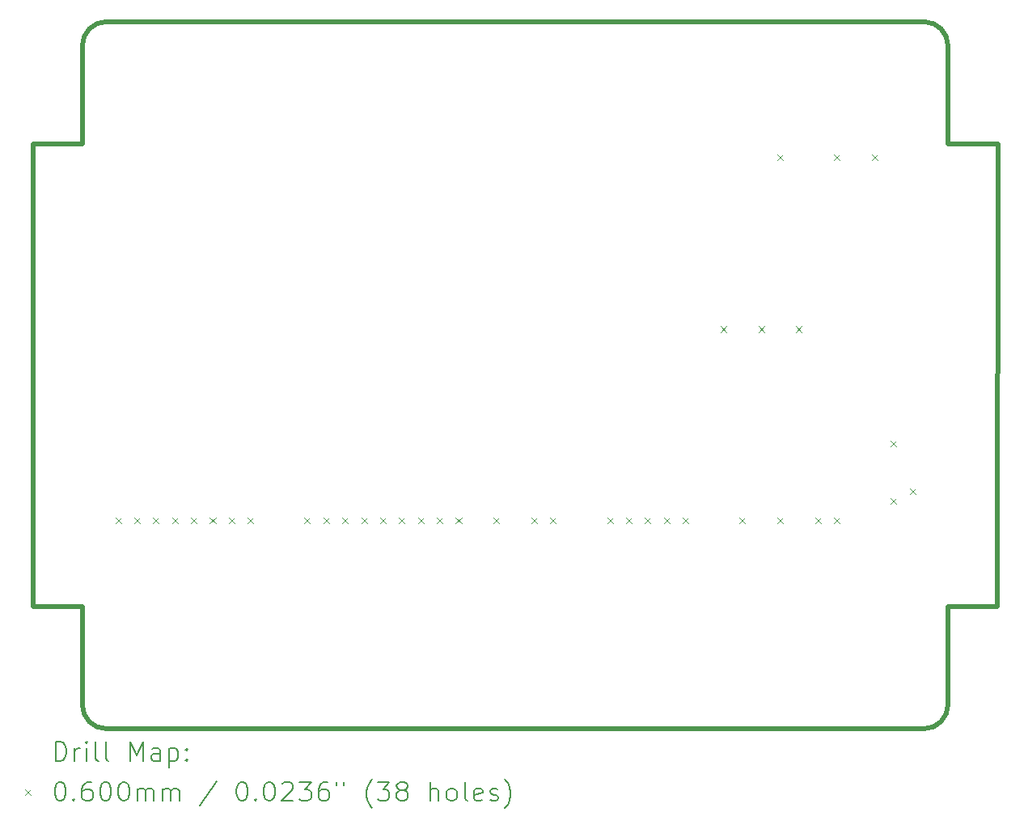
<source format=gbr>
%TF.GenerationSoftware,KiCad,Pcbnew,9.0.1*%
%TF.CreationDate,2025-07-28T23:24:05+02:00*%
%TF.ProjectId,monaco-gp-22,6d6f6e61-636f-42d6-9770-2d32322e6b69,rev?*%
%TF.SameCoordinates,Original*%
%TF.FileFunction,Drillmap*%
%TF.FilePolarity,Positive*%
%FSLAX45Y45*%
G04 Gerber Fmt 4.5, Leading zero omitted, Abs format (unit mm)*
G04 Created by KiCad (PCBNEW 9.0.1) date 2025-07-28 23:24:05*
%MOMM*%
%LPD*%
G01*
G04 APERTURE LIST*
%ADD10C,0.500000*%
%ADD11C,0.200000*%
%ADD12C,0.100000*%
G04 APERTURE END LIST*
D10*
X9607300Y-1350700D02*
X10128300Y-1350700D01*
X9607000Y-6186000D02*
X10128000Y-6186000D01*
X547300Y-1350700D02*
X30300Y-1350700D01*
X547000Y-6186000D02*
X30000Y-6186000D01*
X30300Y-1350700D02*
X30000Y-6186000D01*
X10128300Y-1350700D02*
X10128000Y-6186000D01*
X547000Y-7219000D02*
X547000Y-6186000D01*
X797000Y-7469000D02*
X9357000Y-7469000D01*
X9607000Y-7219000D02*
X9607000Y-6186000D01*
X797000Y-7469000D02*
G75*
G02*
X547000Y-7219000I0J250000D01*
G01*
X9607000Y-7219000D02*
G75*
G02*
X9357000Y-7469000I-250000J0D01*
G01*
X547300Y-317700D02*
X547300Y-1350700D01*
X797300Y-67700D02*
X9357300Y-67700D01*
X9607300Y-317700D02*
X9607300Y-1350700D01*
X547300Y-317700D02*
G75*
G02*
X797300Y-67700I250000J0D01*
G01*
X9357300Y-67700D02*
G75*
G02*
X9607300Y-317700I0J-250000D01*
G01*
D11*
D12*
X891300Y-5256000D02*
X951300Y-5316000D01*
X951300Y-5256000D02*
X891300Y-5316000D01*
X1089000Y-5256000D02*
X1149000Y-5316000D01*
X1149000Y-5256000D02*
X1089000Y-5316000D01*
X1287000Y-5256000D02*
X1347000Y-5316000D01*
X1347000Y-5256000D02*
X1287000Y-5316000D01*
X1485000Y-5256000D02*
X1545000Y-5316000D01*
X1545000Y-5256000D02*
X1485000Y-5316000D01*
X1683000Y-5256000D02*
X1743000Y-5316000D01*
X1743000Y-5256000D02*
X1683000Y-5316000D01*
X1881000Y-5256000D02*
X1941000Y-5316000D01*
X1941000Y-5256000D02*
X1881000Y-5316000D01*
X2079000Y-5256000D02*
X2139000Y-5316000D01*
X2139000Y-5256000D02*
X2079000Y-5316000D01*
X2277000Y-5256000D02*
X2337000Y-5316000D01*
X2337000Y-5256000D02*
X2277000Y-5316000D01*
X2871000Y-5256000D02*
X2931000Y-5316000D01*
X2931000Y-5256000D02*
X2871000Y-5316000D01*
X3069000Y-5256000D02*
X3129000Y-5316000D01*
X3129000Y-5256000D02*
X3069000Y-5316000D01*
X3267000Y-5256000D02*
X3327000Y-5316000D01*
X3327000Y-5256000D02*
X3267000Y-5316000D01*
X3465000Y-5256000D02*
X3525000Y-5316000D01*
X3525000Y-5256000D02*
X3465000Y-5316000D01*
X3663000Y-5256000D02*
X3723000Y-5316000D01*
X3723000Y-5256000D02*
X3663000Y-5316000D01*
X3861000Y-5256000D02*
X3921000Y-5316000D01*
X3921000Y-5256000D02*
X3861000Y-5316000D01*
X4059000Y-5256000D02*
X4119000Y-5316000D01*
X4119000Y-5256000D02*
X4059000Y-5316000D01*
X4257000Y-5256000D02*
X4317000Y-5316000D01*
X4317000Y-5256000D02*
X4257000Y-5316000D01*
X4455000Y-5256000D02*
X4515000Y-5316000D01*
X4515000Y-5256000D02*
X4455000Y-5316000D01*
X4851000Y-5256000D02*
X4911000Y-5316000D01*
X4911000Y-5256000D02*
X4851000Y-5316000D01*
X5247000Y-5256000D02*
X5307000Y-5316000D01*
X5307000Y-5256000D02*
X5247000Y-5316000D01*
X5445000Y-5256000D02*
X5505000Y-5316000D01*
X5505000Y-5256000D02*
X5445000Y-5316000D01*
X6039000Y-5256000D02*
X6099000Y-5316000D01*
X6099000Y-5256000D02*
X6039000Y-5316000D01*
X6237000Y-5256000D02*
X6297000Y-5316000D01*
X6297000Y-5256000D02*
X6237000Y-5316000D01*
X6435000Y-5256000D02*
X6495000Y-5316000D01*
X6495000Y-5256000D02*
X6435000Y-5316000D01*
X6633000Y-5256000D02*
X6693000Y-5316000D01*
X6693000Y-5256000D02*
X6633000Y-5316000D01*
X6831000Y-5256000D02*
X6891000Y-5316000D01*
X6891000Y-5256000D02*
X6831000Y-5316000D01*
X7227300Y-3256000D02*
X7287300Y-3316000D01*
X7287300Y-3256000D02*
X7227300Y-3316000D01*
X7425000Y-5256000D02*
X7485000Y-5316000D01*
X7485000Y-5256000D02*
X7425000Y-5316000D01*
X7623000Y-3256000D02*
X7683000Y-3316000D01*
X7683000Y-3256000D02*
X7623000Y-3316000D01*
X7821000Y-1456000D02*
X7881000Y-1516000D01*
X7881000Y-1456000D02*
X7821000Y-1516000D01*
X7821000Y-5256000D02*
X7881000Y-5316000D01*
X7881000Y-5256000D02*
X7821000Y-5316000D01*
X8019000Y-3256000D02*
X8079000Y-3316000D01*
X8079000Y-3256000D02*
X8019000Y-3316000D01*
X8217000Y-5256000D02*
X8277000Y-5316000D01*
X8277000Y-5256000D02*
X8217000Y-5316000D01*
X8415000Y-1456000D02*
X8475000Y-1516000D01*
X8475000Y-1456000D02*
X8415000Y-1516000D01*
X8415000Y-5256000D02*
X8475000Y-5316000D01*
X8475000Y-5256000D02*
X8415000Y-5316000D01*
X8811000Y-1456000D02*
X8871000Y-1516000D01*
X8871000Y-1456000D02*
X8811000Y-1516000D01*
X9009000Y-4456000D02*
X9069000Y-4516000D01*
X9069000Y-4456000D02*
X9009000Y-4516000D01*
X9009000Y-5056000D02*
X9069000Y-5116000D01*
X9069000Y-5056000D02*
X9009000Y-5116000D01*
X9206000Y-4957000D02*
X9266000Y-5017000D01*
X9266000Y-4957000D02*
X9206000Y-5017000D01*
D11*
X265777Y-7805484D02*
X265777Y-7605484D01*
X265777Y-7605484D02*
X313396Y-7605484D01*
X313396Y-7605484D02*
X341967Y-7615008D01*
X341967Y-7615008D02*
X361015Y-7634055D01*
X361015Y-7634055D02*
X370539Y-7653103D01*
X370539Y-7653103D02*
X380062Y-7691198D01*
X380062Y-7691198D02*
X380062Y-7719769D01*
X380062Y-7719769D02*
X370539Y-7757865D01*
X370539Y-7757865D02*
X361015Y-7776912D01*
X361015Y-7776912D02*
X341967Y-7795960D01*
X341967Y-7795960D02*
X313396Y-7805484D01*
X313396Y-7805484D02*
X265777Y-7805484D01*
X465777Y-7805484D02*
X465777Y-7672150D01*
X465777Y-7710246D02*
X475301Y-7691198D01*
X475301Y-7691198D02*
X484824Y-7681674D01*
X484824Y-7681674D02*
X503872Y-7672150D01*
X503872Y-7672150D02*
X522920Y-7672150D01*
X589586Y-7805484D02*
X589586Y-7672150D01*
X589586Y-7605484D02*
X580063Y-7615008D01*
X580063Y-7615008D02*
X589586Y-7624531D01*
X589586Y-7624531D02*
X599110Y-7615008D01*
X599110Y-7615008D02*
X589586Y-7605484D01*
X589586Y-7605484D02*
X589586Y-7624531D01*
X713396Y-7805484D02*
X694348Y-7795960D01*
X694348Y-7795960D02*
X684824Y-7776912D01*
X684824Y-7776912D02*
X684824Y-7605484D01*
X818158Y-7805484D02*
X799110Y-7795960D01*
X799110Y-7795960D02*
X789586Y-7776912D01*
X789586Y-7776912D02*
X789586Y-7605484D01*
X1046729Y-7805484D02*
X1046729Y-7605484D01*
X1046729Y-7605484D02*
X1113396Y-7748341D01*
X1113396Y-7748341D02*
X1180063Y-7605484D01*
X1180063Y-7605484D02*
X1180063Y-7805484D01*
X1361015Y-7805484D02*
X1361015Y-7700722D01*
X1361015Y-7700722D02*
X1351491Y-7681674D01*
X1351491Y-7681674D02*
X1332444Y-7672150D01*
X1332444Y-7672150D02*
X1294348Y-7672150D01*
X1294348Y-7672150D02*
X1275301Y-7681674D01*
X1361015Y-7795960D02*
X1341967Y-7805484D01*
X1341967Y-7805484D02*
X1294348Y-7805484D01*
X1294348Y-7805484D02*
X1275301Y-7795960D01*
X1275301Y-7795960D02*
X1265777Y-7776912D01*
X1265777Y-7776912D02*
X1265777Y-7757865D01*
X1265777Y-7757865D02*
X1275301Y-7738817D01*
X1275301Y-7738817D02*
X1294348Y-7729293D01*
X1294348Y-7729293D02*
X1341967Y-7729293D01*
X1341967Y-7729293D02*
X1361015Y-7719769D01*
X1456253Y-7672150D02*
X1456253Y-7872150D01*
X1456253Y-7681674D02*
X1475301Y-7672150D01*
X1475301Y-7672150D02*
X1513396Y-7672150D01*
X1513396Y-7672150D02*
X1532443Y-7681674D01*
X1532443Y-7681674D02*
X1541967Y-7691198D01*
X1541967Y-7691198D02*
X1551491Y-7710246D01*
X1551491Y-7710246D02*
X1551491Y-7767388D01*
X1551491Y-7767388D02*
X1541967Y-7786436D01*
X1541967Y-7786436D02*
X1532443Y-7795960D01*
X1532443Y-7795960D02*
X1513396Y-7805484D01*
X1513396Y-7805484D02*
X1475301Y-7805484D01*
X1475301Y-7805484D02*
X1456253Y-7795960D01*
X1637205Y-7786436D02*
X1646729Y-7795960D01*
X1646729Y-7795960D02*
X1637205Y-7805484D01*
X1637205Y-7805484D02*
X1627682Y-7795960D01*
X1627682Y-7795960D02*
X1637205Y-7786436D01*
X1637205Y-7786436D02*
X1637205Y-7805484D01*
X1637205Y-7681674D02*
X1646729Y-7691198D01*
X1646729Y-7691198D02*
X1637205Y-7700722D01*
X1637205Y-7700722D02*
X1627682Y-7691198D01*
X1627682Y-7691198D02*
X1637205Y-7681674D01*
X1637205Y-7681674D02*
X1637205Y-7700722D01*
D12*
X-55000Y-8104000D02*
X5000Y-8164000D01*
X5000Y-8104000D02*
X-55000Y-8164000D01*
D11*
X303872Y-8025484D02*
X322920Y-8025484D01*
X322920Y-8025484D02*
X341967Y-8035008D01*
X341967Y-8035008D02*
X351491Y-8044531D01*
X351491Y-8044531D02*
X361015Y-8063579D01*
X361015Y-8063579D02*
X370539Y-8101674D01*
X370539Y-8101674D02*
X370539Y-8149293D01*
X370539Y-8149293D02*
X361015Y-8187388D01*
X361015Y-8187388D02*
X351491Y-8206436D01*
X351491Y-8206436D02*
X341967Y-8215960D01*
X341967Y-8215960D02*
X322920Y-8225484D01*
X322920Y-8225484D02*
X303872Y-8225484D01*
X303872Y-8225484D02*
X284824Y-8215960D01*
X284824Y-8215960D02*
X275301Y-8206436D01*
X275301Y-8206436D02*
X265777Y-8187388D01*
X265777Y-8187388D02*
X256253Y-8149293D01*
X256253Y-8149293D02*
X256253Y-8101674D01*
X256253Y-8101674D02*
X265777Y-8063579D01*
X265777Y-8063579D02*
X275301Y-8044531D01*
X275301Y-8044531D02*
X284824Y-8035008D01*
X284824Y-8035008D02*
X303872Y-8025484D01*
X456253Y-8206436D02*
X465777Y-8215960D01*
X465777Y-8215960D02*
X456253Y-8225484D01*
X456253Y-8225484D02*
X446729Y-8215960D01*
X446729Y-8215960D02*
X456253Y-8206436D01*
X456253Y-8206436D02*
X456253Y-8225484D01*
X637205Y-8025484D02*
X599110Y-8025484D01*
X599110Y-8025484D02*
X580063Y-8035008D01*
X580063Y-8035008D02*
X570539Y-8044531D01*
X570539Y-8044531D02*
X551491Y-8073103D01*
X551491Y-8073103D02*
X541967Y-8111198D01*
X541967Y-8111198D02*
X541967Y-8187388D01*
X541967Y-8187388D02*
X551491Y-8206436D01*
X551491Y-8206436D02*
X561015Y-8215960D01*
X561015Y-8215960D02*
X580063Y-8225484D01*
X580063Y-8225484D02*
X618158Y-8225484D01*
X618158Y-8225484D02*
X637205Y-8215960D01*
X637205Y-8215960D02*
X646729Y-8206436D01*
X646729Y-8206436D02*
X656253Y-8187388D01*
X656253Y-8187388D02*
X656253Y-8139769D01*
X656253Y-8139769D02*
X646729Y-8120722D01*
X646729Y-8120722D02*
X637205Y-8111198D01*
X637205Y-8111198D02*
X618158Y-8101674D01*
X618158Y-8101674D02*
X580063Y-8101674D01*
X580063Y-8101674D02*
X561015Y-8111198D01*
X561015Y-8111198D02*
X551491Y-8120722D01*
X551491Y-8120722D02*
X541967Y-8139769D01*
X780062Y-8025484D02*
X799110Y-8025484D01*
X799110Y-8025484D02*
X818158Y-8035008D01*
X818158Y-8035008D02*
X827682Y-8044531D01*
X827682Y-8044531D02*
X837205Y-8063579D01*
X837205Y-8063579D02*
X846729Y-8101674D01*
X846729Y-8101674D02*
X846729Y-8149293D01*
X846729Y-8149293D02*
X837205Y-8187388D01*
X837205Y-8187388D02*
X827682Y-8206436D01*
X827682Y-8206436D02*
X818158Y-8215960D01*
X818158Y-8215960D02*
X799110Y-8225484D01*
X799110Y-8225484D02*
X780062Y-8225484D01*
X780062Y-8225484D02*
X761015Y-8215960D01*
X761015Y-8215960D02*
X751491Y-8206436D01*
X751491Y-8206436D02*
X741967Y-8187388D01*
X741967Y-8187388D02*
X732443Y-8149293D01*
X732443Y-8149293D02*
X732443Y-8101674D01*
X732443Y-8101674D02*
X741967Y-8063579D01*
X741967Y-8063579D02*
X751491Y-8044531D01*
X751491Y-8044531D02*
X761015Y-8035008D01*
X761015Y-8035008D02*
X780062Y-8025484D01*
X970539Y-8025484D02*
X989586Y-8025484D01*
X989586Y-8025484D02*
X1008634Y-8035008D01*
X1008634Y-8035008D02*
X1018158Y-8044531D01*
X1018158Y-8044531D02*
X1027682Y-8063579D01*
X1027682Y-8063579D02*
X1037205Y-8101674D01*
X1037205Y-8101674D02*
X1037205Y-8149293D01*
X1037205Y-8149293D02*
X1027682Y-8187388D01*
X1027682Y-8187388D02*
X1018158Y-8206436D01*
X1018158Y-8206436D02*
X1008634Y-8215960D01*
X1008634Y-8215960D02*
X989586Y-8225484D01*
X989586Y-8225484D02*
X970539Y-8225484D01*
X970539Y-8225484D02*
X951491Y-8215960D01*
X951491Y-8215960D02*
X941967Y-8206436D01*
X941967Y-8206436D02*
X932443Y-8187388D01*
X932443Y-8187388D02*
X922920Y-8149293D01*
X922920Y-8149293D02*
X922920Y-8101674D01*
X922920Y-8101674D02*
X932443Y-8063579D01*
X932443Y-8063579D02*
X941967Y-8044531D01*
X941967Y-8044531D02*
X951491Y-8035008D01*
X951491Y-8035008D02*
X970539Y-8025484D01*
X1122920Y-8225484D02*
X1122920Y-8092150D01*
X1122920Y-8111198D02*
X1132444Y-8101674D01*
X1132444Y-8101674D02*
X1151491Y-8092150D01*
X1151491Y-8092150D02*
X1180063Y-8092150D01*
X1180063Y-8092150D02*
X1199110Y-8101674D01*
X1199110Y-8101674D02*
X1208634Y-8120722D01*
X1208634Y-8120722D02*
X1208634Y-8225484D01*
X1208634Y-8120722D02*
X1218158Y-8101674D01*
X1218158Y-8101674D02*
X1237205Y-8092150D01*
X1237205Y-8092150D02*
X1265777Y-8092150D01*
X1265777Y-8092150D02*
X1284825Y-8101674D01*
X1284825Y-8101674D02*
X1294348Y-8120722D01*
X1294348Y-8120722D02*
X1294348Y-8225484D01*
X1389586Y-8225484D02*
X1389586Y-8092150D01*
X1389586Y-8111198D02*
X1399110Y-8101674D01*
X1399110Y-8101674D02*
X1418158Y-8092150D01*
X1418158Y-8092150D02*
X1446729Y-8092150D01*
X1446729Y-8092150D02*
X1465777Y-8101674D01*
X1465777Y-8101674D02*
X1475301Y-8120722D01*
X1475301Y-8120722D02*
X1475301Y-8225484D01*
X1475301Y-8120722D02*
X1484824Y-8101674D01*
X1484824Y-8101674D02*
X1503872Y-8092150D01*
X1503872Y-8092150D02*
X1532443Y-8092150D01*
X1532443Y-8092150D02*
X1551491Y-8101674D01*
X1551491Y-8101674D02*
X1561015Y-8120722D01*
X1561015Y-8120722D02*
X1561015Y-8225484D01*
X1951491Y-8015960D02*
X1780063Y-8273103D01*
X2208634Y-8025484D02*
X2227682Y-8025484D01*
X2227682Y-8025484D02*
X2246729Y-8035008D01*
X2246729Y-8035008D02*
X2256253Y-8044531D01*
X2256253Y-8044531D02*
X2265777Y-8063579D01*
X2265777Y-8063579D02*
X2275301Y-8101674D01*
X2275301Y-8101674D02*
X2275301Y-8149293D01*
X2275301Y-8149293D02*
X2265777Y-8187388D01*
X2265777Y-8187388D02*
X2256253Y-8206436D01*
X2256253Y-8206436D02*
X2246729Y-8215960D01*
X2246729Y-8215960D02*
X2227682Y-8225484D01*
X2227682Y-8225484D02*
X2208634Y-8225484D01*
X2208634Y-8225484D02*
X2189587Y-8215960D01*
X2189587Y-8215960D02*
X2180063Y-8206436D01*
X2180063Y-8206436D02*
X2170539Y-8187388D01*
X2170539Y-8187388D02*
X2161015Y-8149293D01*
X2161015Y-8149293D02*
X2161015Y-8101674D01*
X2161015Y-8101674D02*
X2170539Y-8063579D01*
X2170539Y-8063579D02*
X2180063Y-8044531D01*
X2180063Y-8044531D02*
X2189587Y-8035008D01*
X2189587Y-8035008D02*
X2208634Y-8025484D01*
X2361015Y-8206436D02*
X2370539Y-8215960D01*
X2370539Y-8215960D02*
X2361015Y-8225484D01*
X2361015Y-8225484D02*
X2351491Y-8215960D01*
X2351491Y-8215960D02*
X2361015Y-8206436D01*
X2361015Y-8206436D02*
X2361015Y-8225484D01*
X2494348Y-8025484D02*
X2513396Y-8025484D01*
X2513396Y-8025484D02*
X2532444Y-8035008D01*
X2532444Y-8035008D02*
X2541968Y-8044531D01*
X2541968Y-8044531D02*
X2551491Y-8063579D01*
X2551491Y-8063579D02*
X2561015Y-8101674D01*
X2561015Y-8101674D02*
X2561015Y-8149293D01*
X2561015Y-8149293D02*
X2551491Y-8187388D01*
X2551491Y-8187388D02*
X2541968Y-8206436D01*
X2541968Y-8206436D02*
X2532444Y-8215960D01*
X2532444Y-8215960D02*
X2513396Y-8225484D01*
X2513396Y-8225484D02*
X2494348Y-8225484D01*
X2494348Y-8225484D02*
X2475301Y-8215960D01*
X2475301Y-8215960D02*
X2465777Y-8206436D01*
X2465777Y-8206436D02*
X2456253Y-8187388D01*
X2456253Y-8187388D02*
X2446729Y-8149293D01*
X2446729Y-8149293D02*
X2446729Y-8101674D01*
X2446729Y-8101674D02*
X2456253Y-8063579D01*
X2456253Y-8063579D02*
X2465777Y-8044531D01*
X2465777Y-8044531D02*
X2475301Y-8035008D01*
X2475301Y-8035008D02*
X2494348Y-8025484D01*
X2637206Y-8044531D02*
X2646729Y-8035008D01*
X2646729Y-8035008D02*
X2665777Y-8025484D01*
X2665777Y-8025484D02*
X2713396Y-8025484D01*
X2713396Y-8025484D02*
X2732444Y-8035008D01*
X2732444Y-8035008D02*
X2741968Y-8044531D01*
X2741968Y-8044531D02*
X2751491Y-8063579D01*
X2751491Y-8063579D02*
X2751491Y-8082627D01*
X2751491Y-8082627D02*
X2741968Y-8111198D01*
X2741968Y-8111198D02*
X2627682Y-8225484D01*
X2627682Y-8225484D02*
X2751491Y-8225484D01*
X2818158Y-8025484D02*
X2941967Y-8025484D01*
X2941967Y-8025484D02*
X2875301Y-8101674D01*
X2875301Y-8101674D02*
X2903872Y-8101674D01*
X2903872Y-8101674D02*
X2922920Y-8111198D01*
X2922920Y-8111198D02*
X2932444Y-8120722D01*
X2932444Y-8120722D02*
X2941967Y-8139769D01*
X2941967Y-8139769D02*
X2941967Y-8187388D01*
X2941967Y-8187388D02*
X2932444Y-8206436D01*
X2932444Y-8206436D02*
X2922920Y-8215960D01*
X2922920Y-8215960D02*
X2903872Y-8225484D01*
X2903872Y-8225484D02*
X2846729Y-8225484D01*
X2846729Y-8225484D02*
X2827682Y-8215960D01*
X2827682Y-8215960D02*
X2818158Y-8206436D01*
X3113396Y-8025484D02*
X3075301Y-8025484D01*
X3075301Y-8025484D02*
X3056253Y-8035008D01*
X3056253Y-8035008D02*
X3046729Y-8044531D01*
X3046729Y-8044531D02*
X3027682Y-8073103D01*
X3027682Y-8073103D02*
X3018158Y-8111198D01*
X3018158Y-8111198D02*
X3018158Y-8187388D01*
X3018158Y-8187388D02*
X3027682Y-8206436D01*
X3027682Y-8206436D02*
X3037206Y-8215960D01*
X3037206Y-8215960D02*
X3056253Y-8225484D01*
X3056253Y-8225484D02*
X3094348Y-8225484D01*
X3094348Y-8225484D02*
X3113396Y-8215960D01*
X3113396Y-8215960D02*
X3122920Y-8206436D01*
X3122920Y-8206436D02*
X3132444Y-8187388D01*
X3132444Y-8187388D02*
X3132444Y-8139769D01*
X3132444Y-8139769D02*
X3122920Y-8120722D01*
X3122920Y-8120722D02*
X3113396Y-8111198D01*
X3113396Y-8111198D02*
X3094348Y-8101674D01*
X3094348Y-8101674D02*
X3056253Y-8101674D01*
X3056253Y-8101674D02*
X3037206Y-8111198D01*
X3037206Y-8111198D02*
X3027682Y-8120722D01*
X3027682Y-8120722D02*
X3018158Y-8139769D01*
X3208634Y-8025484D02*
X3208634Y-8063579D01*
X3284825Y-8025484D02*
X3284825Y-8063579D01*
X3580063Y-8301674D02*
X3570539Y-8292150D01*
X3570539Y-8292150D02*
X3551491Y-8263579D01*
X3551491Y-8263579D02*
X3541968Y-8244531D01*
X3541968Y-8244531D02*
X3532444Y-8215960D01*
X3532444Y-8215960D02*
X3522920Y-8168341D01*
X3522920Y-8168341D02*
X3522920Y-8130246D01*
X3522920Y-8130246D02*
X3532444Y-8082627D01*
X3532444Y-8082627D02*
X3541968Y-8054055D01*
X3541968Y-8054055D02*
X3551491Y-8035008D01*
X3551491Y-8035008D02*
X3570539Y-8006436D01*
X3570539Y-8006436D02*
X3580063Y-7996912D01*
X3637206Y-8025484D02*
X3761015Y-8025484D01*
X3761015Y-8025484D02*
X3694348Y-8101674D01*
X3694348Y-8101674D02*
X3722920Y-8101674D01*
X3722920Y-8101674D02*
X3741968Y-8111198D01*
X3741968Y-8111198D02*
X3751491Y-8120722D01*
X3751491Y-8120722D02*
X3761015Y-8139769D01*
X3761015Y-8139769D02*
X3761015Y-8187388D01*
X3761015Y-8187388D02*
X3751491Y-8206436D01*
X3751491Y-8206436D02*
X3741968Y-8215960D01*
X3741968Y-8215960D02*
X3722920Y-8225484D01*
X3722920Y-8225484D02*
X3665777Y-8225484D01*
X3665777Y-8225484D02*
X3646729Y-8215960D01*
X3646729Y-8215960D02*
X3637206Y-8206436D01*
X3875301Y-8111198D02*
X3856253Y-8101674D01*
X3856253Y-8101674D02*
X3846729Y-8092150D01*
X3846729Y-8092150D02*
X3837206Y-8073103D01*
X3837206Y-8073103D02*
X3837206Y-8063579D01*
X3837206Y-8063579D02*
X3846729Y-8044531D01*
X3846729Y-8044531D02*
X3856253Y-8035008D01*
X3856253Y-8035008D02*
X3875301Y-8025484D01*
X3875301Y-8025484D02*
X3913396Y-8025484D01*
X3913396Y-8025484D02*
X3932444Y-8035008D01*
X3932444Y-8035008D02*
X3941968Y-8044531D01*
X3941968Y-8044531D02*
X3951491Y-8063579D01*
X3951491Y-8063579D02*
X3951491Y-8073103D01*
X3951491Y-8073103D02*
X3941968Y-8092150D01*
X3941968Y-8092150D02*
X3932444Y-8101674D01*
X3932444Y-8101674D02*
X3913396Y-8111198D01*
X3913396Y-8111198D02*
X3875301Y-8111198D01*
X3875301Y-8111198D02*
X3856253Y-8120722D01*
X3856253Y-8120722D02*
X3846729Y-8130246D01*
X3846729Y-8130246D02*
X3837206Y-8149293D01*
X3837206Y-8149293D02*
X3837206Y-8187388D01*
X3837206Y-8187388D02*
X3846729Y-8206436D01*
X3846729Y-8206436D02*
X3856253Y-8215960D01*
X3856253Y-8215960D02*
X3875301Y-8225484D01*
X3875301Y-8225484D02*
X3913396Y-8225484D01*
X3913396Y-8225484D02*
X3932444Y-8215960D01*
X3932444Y-8215960D02*
X3941968Y-8206436D01*
X3941968Y-8206436D02*
X3951491Y-8187388D01*
X3951491Y-8187388D02*
X3951491Y-8149293D01*
X3951491Y-8149293D02*
X3941968Y-8130246D01*
X3941968Y-8130246D02*
X3932444Y-8120722D01*
X3932444Y-8120722D02*
X3913396Y-8111198D01*
X4189587Y-8225484D02*
X4189587Y-8025484D01*
X4275301Y-8225484D02*
X4275301Y-8120722D01*
X4275301Y-8120722D02*
X4265777Y-8101674D01*
X4265777Y-8101674D02*
X4246730Y-8092150D01*
X4246730Y-8092150D02*
X4218158Y-8092150D01*
X4218158Y-8092150D02*
X4199111Y-8101674D01*
X4199111Y-8101674D02*
X4189587Y-8111198D01*
X4399111Y-8225484D02*
X4380063Y-8215960D01*
X4380063Y-8215960D02*
X4370539Y-8206436D01*
X4370539Y-8206436D02*
X4361015Y-8187388D01*
X4361015Y-8187388D02*
X4361015Y-8130246D01*
X4361015Y-8130246D02*
X4370539Y-8111198D01*
X4370539Y-8111198D02*
X4380063Y-8101674D01*
X4380063Y-8101674D02*
X4399111Y-8092150D01*
X4399111Y-8092150D02*
X4427682Y-8092150D01*
X4427682Y-8092150D02*
X4446730Y-8101674D01*
X4446730Y-8101674D02*
X4456253Y-8111198D01*
X4456253Y-8111198D02*
X4465777Y-8130246D01*
X4465777Y-8130246D02*
X4465777Y-8187388D01*
X4465777Y-8187388D02*
X4456253Y-8206436D01*
X4456253Y-8206436D02*
X4446730Y-8215960D01*
X4446730Y-8215960D02*
X4427682Y-8225484D01*
X4427682Y-8225484D02*
X4399111Y-8225484D01*
X4580063Y-8225484D02*
X4561015Y-8215960D01*
X4561015Y-8215960D02*
X4551492Y-8196912D01*
X4551492Y-8196912D02*
X4551492Y-8025484D01*
X4732444Y-8215960D02*
X4713396Y-8225484D01*
X4713396Y-8225484D02*
X4675301Y-8225484D01*
X4675301Y-8225484D02*
X4656253Y-8215960D01*
X4656253Y-8215960D02*
X4646730Y-8196912D01*
X4646730Y-8196912D02*
X4646730Y-8120722D01*
X4646730Y-8120722D02*
X4656253Y-8101674D01*
X4656253Y-8101674D02*
X4675301Y-8092150D01*
X4675301Y-8092150D02*
X4713396Y-8092150D01*
X4713396Y-8092150D02*
X4732444Y-8101674D01*
X4732444Y-8101674D02*
X4741968Y-8120722D01*
X4741968Y-8120722D02*
X4741968Y-8139769D01*
X4741968Y-8139769D02*
X4646730Y-8158817D01*
X4818158Y-8215960D02*
X4837206Y-8225484D01*
X4837206Y-8225484D02*
X4875301Y-8225484D01*
X4875301Y-8225484D02*
X4894349Y-8215960D01*
X4894349Y-8215960D02*
X4903873Y-8196912D01*
X4903873Y-8196912D02*
X4903873Y-8187388D01*
X4903873Y-8187388D02*
X4894349Y-8168341D01*
X4894349Y-8168341D02*
X4875301Y-8158817D01*
X4875301Y-8158817D02*
X4846730Y-8158817D01*
X4846730Y-8158817D02*
X4827682Y-8149293D01*
X4827682Y-8149293D02*
X4818158Y-8130246D01*
X4818158Y-8130246D02*
X4818158Y-8120722D01*
X4818158Y-8120722D02*
X4827682Y-8101674D01*
X4827682Y-8101674D02*
X4846730Y-8092150D01*
X4846730Y-8092150D02*
X4875301Y-8092150D01*
X4875301Y-8092150D02*
X4894349Y-8101674D01*
X4970539Y-8301674D02*
X4980063Y-8292150D01*
X4980063Y-8292150D02*
X4999111Y-8263579D01*
X4999111Y-8263579D02*
X5008634Y-8244531D01*
X5008634Y-8244531D02*
X5018158Y-8215960D01*
X5018158Y-8215960D02*
X5027682Y-8168341D01*
X5027682Y-8168341D02*
X5027682Y-8130246D01*
X5027682Y-8130246D02*
X5018158Y-8082627D01*
X5018158Y-8082627D02*
X5008634Y-8054055D01*
X5008634Y-8054055D02*
X4999111Y-8035008D01*
X4999111Y-8035008D02*
X4980063Y-8006436D01*
X4980063Y-8006436D02*
X4970539Y-7996912D01*
M02*

</source>
